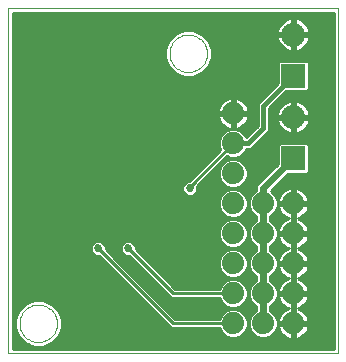
<source format=gbl>
G75*
G70*
%OFA0B0*%
%FSLAX24Y24*%
%IPPOS*%
%LPD*%
%AMOC8*
5,1,8,0,0,1.08239X$1,22.5*
%
%ADD10C,0.0000*%
%ADD11R,0.0800X0.0800*%
%ADD12C,0.0800*%
%ADD13C,0.0740*%
%ADD14C,0.0100*%
%ADD15C,0.0240*%
%ADD16C,0.0270*%
%ADD17C,0.0160*%
D10*
X000150Y000550D02*
X000150Y012050D01*
X011150Y012050D01*
X011150Y000550D01*
X000150Y000550D01*
X000525Y001550D02*
X000527Y001600D01*
X000533Y001649D01*
X000543Y001698D01*
X000556Y001745D01*
X000574Y001792D01*
X000595Y001837D01*
X000619Y001880D01*
X000647Y001921D01*
X000678Y001960D01*
X000712Y001996D01*
X000749Y002030D01*
X000789Y002060D01*
X000830Y002087D01*
X000874Y002111D01*
X000919Y002131D01*
X000966Y002147D01*
X001014Y002160D01*
X001063Y002169D01*
X001113Y002174D01*
X001162Y002175D01*
X001212Y002172D01*
X001261Y002165D01*
X001310Y002154D01*
X001357Y002140D01*
X001403Y002121D01*
X001448Y002099D01*
X001491Y002074D01*
X001531Y002045D01*
X001569Y002013D01*
X001605Y001979D01*
X001638Y001941D01*
X001667Y001901D01*
X001693Y001859D01*
X001716Y001815D01*
X001735Y001769D01*
X001751Y001722D01*
X001763Y001673D01*
X001771Y001624D01*
X001775Y001575D01*
X001775Y001525D01*
X001771Y001476D01*
X001763Y001427D01*
X001751Y001378D01*
X001735Y001331D01*
X001716Y001285D01*
X001693Y001241D01*
X001667Y001199D01*
X001638Y001159D01*
X001605Y001121D01*
X001569Y001087D01*
X001531Y001055D01*
X001491Y001026D01*
X001448Y001001D01*
X001403Y000979D01*
X001357Y000960D01*
X001310Y000946D01*
X001261Y000935D01*
X001212Y000928D01*
X001162Y000925D01*
X001113Y000926D01*
X001063Y000931D01*
X001014Y000940D01*
X000966Y000953D01*
X000919Y000969D01*
X000874Y000989D01*
X000830Y001013D01*
X000789Y001040D01*
X000749Y001070D01*
X000712Y001104D01*
X000678Y001140D01*
X000647Y001179D01*
X000619Y001220D01*
X000595Y001263D01*
X000574Y001308D01*
X000556Y001355D01*
X000543Y001402D01*
X000533Y001451D01*
X000527Y001500D01*
X000525Y001550D01*
X005525Y010550D02*
X005527Y010600D01*
X005533Y010649D01*
X005543Y010698D01*
X005556Y010745D01*
X005574Y010792D01*
X005595Y010837D01*
X005619Y010880D01*
X005647Y010921D01*
X005678Y010960D01*
X005712Y010996D01*
X005749Y011030D01*
X005789Y011060D01*
X005830Y011087D01*
X005874Y011111D01*
X005919Y011131D01*
X005966Y011147D01*
X006014Y011160D01*
X006063Y011169D01*
X006113Y011174D01*
X006162Y011175D01*
X006212Y011172D01*
X006261Y011165D01*
X006310Y011154D01*
X006357Y011140D01*
X006403Y011121D01*
X006448Y011099D01*
X006491Y011074D01*
X006531Y011045D01*
X006569Y011013D01*
X006605Y010979D01*
X006638Y010941D01*
X006667Y010901D01*
X006693Y010859D01*
X006716Y010815D01*
X006735Y010769D01*
X006751Y010722D01*
X006763Y010673D01*
X006771Y010624D01*
X006775Y010575D01*
X006775Y010525D01*
X006771Y010476D01*
X006763Y010427D01*
X006751Y010378D01*
X006735Y010331D01*
X006716Y010285D01*
X006693Y010241D01*
X006667Y010199D01*
X006638Y010159D01*
X006605Y010121D01*
X006569Y010087D01*
X006531Y010055D01*
X006491Y010026D01*
X006448Y010001D01*
X006403Y009979D01*
X006357Y009960D01*
X006310Y009946D01*
X006261Y009935D01*
X006212Y009928D01*
X006162Y009925D01*
X006113Y009926D01*
X006063Y009931D01*
X006014Y009940D01*
X005966Y009953D01*
X005919Y009969D01*
X005874Y009989D01*
X005830Y010013D01*
X005789Y010040D01*
X005749Y010070D01*
X005712Y010104D01*
X005678Y010140D01*
X005647Y010179D01*
X005619Y010220D01*
X005595Y010263D01*
X005574Y010308D01*
X005556Y010355D01*
X005543Y010402D01*
X005533Y010451D01*
X005527Y010500D01*
X005525Y010550D01*
D11*
X009650Y009800D03*
X009650Y007050D03*
D12*
X009650Y008428D03*
X009650Y011178D03*
D13*
X007650Y008550D03*
X007650Y007550D03*
X007650Y006550D03*
X007650Y005550D03*
X007650Y004550D03*
X007650Y003550D03*
X007650Y002550D03*
X007650Y001550D03*
X008650Y001550D03*
X008650Y002550D03*
X008650Y003550D03*
X008650Y004550D03*
X008650Y005550D03*
X009650Y005550D03*
X009650Y004550D03*
X009650Y003550D03*
X009650Y002550D03*
X009650Y001550D03*
D14*
X009700Y001535D02*
X011000Y001535D01*
X011000Y001437D02*
X010159Y001437D01*
X010157Y001428D02*
X010169Y001500D01*
X009700Y001500D01*
X009700Y001600D01*
X010169Y001600D01*
X010157Y001672D01*
X010132Y001750D01*
X010095Y001823D01*
X010047Y001889D01*
X009989Y001947D01*
X009923Y001995D01*
X009850Y002032D01*
X009794Y002050D01*
X009850Y002068D01*
X009923Y002105D01*
X009989Y002153D01*
X010047Y002211D01*
X010095Y002277D01*
X010132Y002350D01*
X010157Y002428D01*
X010169Y002500D01*
X009700Y002500D01*
X009700Y002600D01*
X010169Y002600D01*
X010157Y002672D01*
X010132Y002750D01*
X010095Y002823D01*
X010047Y002889D01*
X009989Y002947D01*
X009923Y002995D01*
X009850Y003032D01*
X009794Y003050D01*
X009850Y003068D01*
X009923Y003105D01*
X009989Y003153D01*
X010047Y003211D01*
X010095Y003277D01*
X010132Y003350D01*
X010157Y003428D01*
X010169Y003500D01*
X009700Y003500D01*
X009700Y003600D01*
X010169Y003600D01*
X010157Y003672D01*
X010132Y003750D01*
X010095Y003823D01*
X010047Y003889D01*
X009989Y003947D01*
X009923Y003995D01*
X009850Y004032D01*
X009794Y004050D01*
X009850Y004068D01*
X009923Y004105D01*
X009989Y004153D01*
X010047Y004211D01*
X010095Y004277D01*
X010132Y004350D01*
X010157Y004428D01*
X010169Y004500D01*
X009700Y004500D01*
X009700Y004600D01*
X010169Y004600D01*
X010157Y004672D01*
X010132Y004750D01*
X010095Y004823D01*
X010047Y004889D01*
X009989Y004947D01*
X009923Y004995D01*
X009850Y005032D01*
X009794Y005050D01*
X009850Y005068D01*
X009923Y005105D01*
X009989Y005153D01*
X010047Y005211D01*
X010095Y005277D01*
X010132Y005350D01*
X010157Y005428D01*
X010169Y005500D01*
X009700Y005500D01*
X009700Y005600D01*
X009600Y005600D01*
X009600Y006069D01*
X009528Y006057D01*
X009450Y006032D01*
X009377Y005995D01*
X009311Y005947D01*
X009253Y005889D01*
X009205Y005823D01*
X009168Y005750D01*
X009143Y005672D01*
X009119Y005672D01*
X009143Y005672D02*
X009131Y005600D01*
X009600Y005600D01*
X009600Y005500D01*
X009131Y005500D01*
X009143Y005428D01*
X009168Y005350D01*
X009205Y005277D01*
X009253Y005211D01*
X009311Y005153D01*
X009377Y005105D01*
X009450Y005068D01*
X009506Y005050D01*
X009450Y005032D01*
X009377Y004995D01*
X009311Y004947D01*
X009253Y004889D01*
X009205Y004823D01*
X009168Y004750D01*
X009143Y004672D01*
X009131Y004600D01*
X009600Y004600D01*
X009600Y005500D01*
X009700Y005500D01*
X009700Y005031D01*
X009700Y004600D01*
X009600Y004600D01*
X009600Y004500D01*
X009131Y004500D01*
X009143Y004428D01*
X009168Y004350D01*
X009205Y004277D01*
X009253Y004211D01*
X009311Y004153D01*
X009377Y004105D01*
X009450Y004068D01*
X009506Y004050D01*
X009450Y004032D01*
X009377Y003995D01*
X009311Y003947D01*
X009253Y003889D01*
X009205Y003823D01*
X009168Y003750D01*
X009143Y003672D01*
X009131Y003600D01*
X009600Y003600D01*
X009600Y004500D01*
X009700Y004500D01*
X009700Y004031D01*
X009700Y003600D01*
X009600Y003600D01*
X009600Y003500D01*
X009131Y003500D01*
X009143Y003428D01*
X009168Y003350D01*
X009205Y003277D01*
X009253Y003211D01*
X009311Y003153D01*
X009377Y003105D01*
X009450Y003068D01*
X009506Y003050D01*
X009450Y003032D01*
X009377Y002995D01*
X009311Y002947D01*
X009253Y002889D01*
X009205Y002823D01*
X009168Y002750D01*
X009143Y002672D01*
X009131Y002600D01*
X009600Y002600D01*
X009600Y003031D01*
X009600Y003500D01*
X009700Y003500D01*
X009700Y002600D01*
X009600Y002600D01*
X009600Y002500D01*
X009131Y002500D01*
X009143Y002428D01*
X009168Y002350D01*
X009205Y002277D01*
X009253Y002211D01*
X009311Y002153D01*
X009377Y002105D01*
X009450Y002068D01*
X009506Y002050D01*
X009450Y002032D01*
X009377Y001995D01*
X009311Y001947D01*
X009253Y001889D01*
X009205Y001823D01*
X009168Y001750D01*
X009143Y001672D01*
X009131Y001600D01*
X009600Y001600D01*
X009600Y002069D01*
X009600Y002500D01*
X009700Y002500D01*
X009700Y001600D01*
X009600Y001600D01*
X009600Y001500D01*
X009131Y001500D01*
X009143Y001428D01*
X009168Y001350D01*
X009205Y001277D01*
X009253Y001211D01*
X009311Y001153D01*
X009377Y001105D01*
X009450Y001068D01*
X009528Y001043D01*
X009600Y001031D01*
X009600Y001500D01*
X009700Y001500D01*
X009700Y001031D01*
X009772Y001043D01*
X009850Y001068D01*
X009923Y001105D01*
X009989Y001153D01*
X010047Y001211D01*
X010095Y001277D01*
X010132Y001350D01*
X010157Y001428D01*
X010126Y001338D02*
X011000Y001338D01*
X011000Y001240D02*
X010067Y001240D01*
X009972Y001141D02*
X011000Y001141D01*
X011000Y001043D02*
X009770Y001043D01*
X009700Y001043D02*
X009600Y001043D01*
X009530Y001043D02*
X001739Y001043D01*
X001807Y001111D02*
X001925Y001396D01*
X001925Y001704D01*
X001807Y001989D01*
X001589Y002207D01*
X001304Y002325D01*
X000996Y002325D01*
X000711Y002207D01*
X000493Y001989D01*
X000375Y001704D01*
X000375Y001396D01*
X000493Y001111D01*
X000711Y000893D01*
X000996Y000775D01*
X001304Y000775D01*
X001589Y000893D01*
X001807Y001111D01*
X001819Y001141D02*
X007383Y001141D01*
X007378Y001143D02*
X007555Y001070D01*
X007745Y001070D01*
X007922Y001143D01*
X008057Y001278D01*
X008130Y001455D01*
X008130Y001645D01*
X008057Y001822D01*
X007922Y001957D01*
X007745Y002030D01*
X007555Y002030D01*
X007378Y001957D01*
X007243Y001822D01*
X007197Y001710D01*
X005716Y001710D01*
X003716Y003710D01*
X003395Y004031D01*
X003395Y004099D01*
X003358Y004189D01*
X003289Y004258D01*
X003199Y004295D01*
X003101Y004295D01*
X003011Y004258D01*
X002942Y004189D01*
X002905Y004099D01*
X002905Y004001D01*
X002942Y003911D01*
X003011Y003842D01*
X003101Y003805D01*
X003169Y003805D01*
X003490Y003484D01*
X003490Y003484D01*
X005584Y001390D01*
X007197Y001390D01*
X007243Y001278D01*
X007378Y001143D01*
X007282Y001240D02*
X001860Y001240D01*
X001901Y001338D02*
X007218Y001338D01*
X007650Y001550D02*
X005650Y001550D01*
X003650Y003550D01*
X003150Y004050D01*
X002955Y003899D02*
X000300Y003899D01*
X000300Y003801D02*
X003173Y003801D01*
X003272Y003702D02*
X000300Y003702D01*
X000300Y003604D02*
X003370Y003604D01*
X003469Y003505D02*
X000300Y003505D01*
X000300Y003407D02*
X003567Y003407D01*
X003666Y003308D02*
X000300Y003308D01*
X000300Y003210D02*
X003764Y003210D01*
X003863Y003111D02*
X000300Y003111D01*
X000300Y003013D02*
X003961Y003013D01*
X004060Y002914D02*
X000300Y002914D01*
X000300Y002816D02*
X004158Y002816D01*
X004257Y002717D02*
X000300Y002717D01*
X000300Y002619D02*
X004355Y002619D01*
X004454Y002520D02*
X000300Y002520D01*
X000300Y002422D02*
X004552Y002422D01*
X004651Y002323D02*
X001309Y002323D01*
X001547Y002225D02*
X004749Y002225D01*
X004848Y002126D02*
X001670Y002126D01*
X001769Y002028D02*
X004946Y002028D01*
X005045Y001929D02*
X001832Y001929D01*
X001873Y001831D02*
X005143Y001831D01*
X005242Y001732D02*
X001913Y001732D01*
X001925Y001634D02*
X005340Y001634D01*
X005439Y001535D02*
X001925Y001535D01*
X001925Y001437D02*
X005537Y001437D01*
X005694Y001732D02*
X007206Y001732D01*
X007252Y001831D02*
X005596Y001831D01*
X005497Y001929D02*
X007350Y001929D01*
X007548Y002028D02*
X005399Y002028D01*
X005300Y002126D02*
X007419Y002126D01*
X007378Y002143D02*
X007555Y002070D01*
X007745Y002070D01*
X007922Y002143D01*
X008057Y002278D01*
X008130Y002455D01*
X008130Y002645D01*
X008057Y002822D01*
X007922Y002957D01*
X007745Y003030D01*
X007555Y003030D01*
X007378Y002957D01*
X007243Y002822D01*
X007197Y002710D01*
X005716Y002710D01*
X004810Y003616D01*
X004395Y004031D01*
X004395Y004099D01*
X004358Y004189D01*
X004289Y004258D01*
X004199Y004295D01*
X004101Y004295D01*
X004011Y004258D01*
X003942Y004189D01*
X003905Y004099D01*
X003905Y004001D01*
X003942Y003911D01*
X004011Y003842D01*
X004101Y003805D01*
X004169Y003805D01*
X004584Y003390D01*
X005584Y002390D01*
X007197Y002390D01*
X007243Y002278D01*
X007378Y002143D01*
X007297Y002225D02*
X005202Y002225D01*
X005103Y002323D02*
X007224Y002323D01*
X007200Y002717D02*
X005709Y002717D01*
X005611Y002816D02*
X007240Y002816D01*
X007335Y002914D02*
X005512Y002914D01*
X005414Y003013D02*
X007512Y003013D01*
X007555Y003070D02*
X007378Y003143D01*
X007243Y003278D01*
X007170Y003455D01*
X007170Y003645D01*
X007243Y003822D01*
X007378Y003957D01*
X007555Y004030D01*
X007745Y004030D01*
X007922Y003957D01*
X008057Y003822D01*
X008130Y003645D01*
X008130Y003455D01*
X008057Y003278D01*
X007922Y003143D01*
X007745Y003070D01*
X007555Y003070D01*
X007456Y003111D02*
X005315Y003111D01*
X005217Y003210D02*
X007312Y003210D01*
X007231Y003308D02*
X005118Y003308D01*
X005020Y003407D02*
X007190Y003407D01*
X007170Y003505D02*
X004921Y003505D01*
X004823Y003604D02*
X007170Y003604D01*
X007193Y003702D02*
X004724Y003702D01*
X004626Y003801D02*
X007234Y003801D01*
X007320Y003899D02*
X004527Y003899D01*
X004429Y003998D02*
X007476Y003998D01*
X007492Y004096D02*
X004395Y004096D01*
X004352Y004195D02*
X007327Y004195D01*
X007378Y004143D02*
X007243Y004278D01*
X007170Y004455D01*
X007170Y004645D01*
X007243Y004822D01*
X007378Y004957D01*
X007555Y005030D01*
X007745Y005030D01*
X007922Y004957D01*
X008057Y004822D01*
X008130Y004645D01*
X008130Y004455D01*
X008057Y004278D01*
X007922Y004143D01*
X007745Y004070D01*
X007555Y004070D01*
X007378Y004143D01*
X007237Y004293D02*
X004204Y004293D01*
X004096Y004293D02*
X003204Y004293D01*
X003096Y004293D02*
X000300Y004293D01*
X000300Y004195D02*
X002948Y004195D01*
X002905Y004096D02*
X000300Y004096D01*
X000300Y003998D02*
X002907Y003998D01*
X003352Y004195D02*
X003948Y004195D01*
X003905Y004096D02*
X003395Y004096D01*
X003429Y003998D02*
X003907Y003998D01*
X003955Y003899D02*
X003527Y003899D01*
X003626Y003801D02*
X004173Y003801D01*
X004272Y003702D02*
X003724Y003702D01*
X003716Y003710D02*
X003716Y003710D01*
X003823Y003604D02*
X004370Y003604D01*
X004469Y003505D02*
X003921Y003505D01*
X004020Y003407D02*
X004567Y003407D01*
X004666Y003308D02*
X004118Y003308D01*
X004217Y003210D02*
X004764Y003210D01*
X004863Y003111D02*
X004315Y003111D01*
X004414Y003013D02*
X004961Y003013D01*
X005060Y002914D02*
X004512Y002914D01*
X004611Y002816D02*
X005158Y002816D01*
X005257Y002717D02*
X004709Y002717D01*
X004808Y002619D02*
X005355Y002619D01*
X005454Y002520D02*
X004906Y002520D01*
X005005Y002422D02*
X005552Y002422D01*
X005650Y002550D02*
X004650Y003550D01*
X004150Y004050D01*
X005650Y002550D02*
X007650Y002550D01*
X008003Y002225D02*
X008297Y002225D01*
X008243Y002278D02*
X008378Y002143D01*
X008420Y002126D01*
X008420Y001974D01*
X008378Y001957D01*
X008243Y001822D01*
X008170Y001645D01*
X008170Y001455D01*
X008243Y001278D01*
X008378Y001143D01*
X008555Y001070D01*
X008745Y001070D01*
X008922Y001143D01*
X009057Y001278D01*
X009130Y001455D01*
X009130Y001645D01*
X009057Y001822D01*
X008922Y001957D01*
X008880Y001974D01*
X008880Y002126D01*
X008922Y002143D01*
X009057Y002278D01*
X009130Y002455D01*
X009130Y002645D01*
X009057Y002822D01*
X008922Y002957D01*
X008880Y002974D01*
X008880Y003126D01*
X008922Y003143D01*
X009057Y003278D01*
X009130Y003455D01*
X009130Y003645D01*
X009057Y003822D01*
X008922Y003957D01*
X008880Y003974D01*
X008880Y004126D01*
X008922Y004143D01*
X009057Y004278D01*
X009130Y004455D01*
X009130Y004645D01*
X009057Y004822D01*
X008922Y004957D01*
X008880Y004974D01*
X008880Y005126D01*
X008922Y005143D01*
X009057Y005278D01*
X009130Y005455D01*
X009130Y005645D01*
X009057Y005822D01*
X008922Y005957D01*
X008894Y005969D01*
X009465Y006540D01*
X010096Y006540D01*
X010160Y006604D01*
X010160Y007496D01*
X010096Y007560D01*
X009204Y007560D01*
X009140Y007496D01*
X009140Y006865D01*
X008555Y006280D01*
X008420Y006145D01*
X008420Y005974D01*
X008378Y005957D01*
X008243Y005822D01*
X008170Y005645D01*
X008170Y005455D01*
X008243Y005278D01*
X008378Y005143D01*
X008420Y005126D01*
X008420Y004974D01*
X008378Y004957D01*
X008243Y004822D01*
X008170Y004645D01*
X008170Y004455D01*
X008243Y004278D01*
X008378Y004143D01*
X008420Y004126D01*
X008420Y003974D01*
X008378Y003957D01*
X008243Y003822D01*
X008170Y003645D01*
X008170Y003455D01*
X008243Y003278D01*
X008378Y003143D01*
X008420Y003126D01*
X008420Y002974D01*
X008378Y002957D01*
X008243Y002822D01*
X008170Y002645D01*
X008170Y002455D01*
X008243Y002278D01*
X008224Y002323D02*
X008076Y002323D01*
X008116Y002422D02*
X008184Y002422D01*
X008170Y002520D02*
X008130Y002520D01*
X008130Y002619D02*
X008170Y002619D01*
X008200Y002717D02*
X008100Y002717D01*
X008060Y002816D02*
X008240Y002816D01*
X008335Y002914D02*
X007965Y002914D01*
X007788Y003013D02*
X008420Y003013D01*
X008420Y003111D02*
X007844Y003111D01*
X007988Y003210D02*
X008312Y003210D01*
X008231Y003308D02*
X008069Y003308D01*
X008110Y003407D02*
X008190Y003407D01*
X008170Y003505D02*
X008130Y003505D01*
X008130Y003604D02*
X008170Y003604D01*
X008193Y003702D02*
X008107Y003702D01*
X008066Y003801D02*
X008234Y003801D01*
X008320Y003899D02*
X007980Y003899D01*
X007824Y003998D02*
X008420Y003998D01*
X008420Y004096D02*
X007808Y004096D01*
X007973Y004195D02*
X008327Y004195D01*
X008237Y004293D02*
X008063Y004293D01*
X008104Y004392D02*
X008196Y004392D01*
X008170Y004490D02*
X008130Y004490D01*
X008130Y004589D02*
X008170Y004589D01*
X008187Y004687D02*
X008113Y004687D01*
X008072Y004786D02*
X008228Y004786D01*
X008305Y004884D02*
X007995Y004884D01*
X007860Y004983D02*
X008420Y004983D01*
X008420Y005081D02*
X007772Y005081D01*
X007745Y005070D02*
X007922Y005143D01*
X008057Y005278D01*
X008130Y005455D01*
X008130Y005645D01*
X008057Y005822D01*
X007922Y005957D01*
X007745Y006030D01*
X007555Y006030D01*
X007378Y005957D01*
X007243Y005822D01*
X007170Y005645D01*
X007170Y005455D01*
X007243Y005278D01*
X007378Y005143D01*
X007555Y005070D01*
X007745Y005070D01*
X007528Y005081D02*
X000300Y005081D01*
X000300Y004983D02*
X007440Y004983D01*
X007305Y004884D02*
X000300Y004884D01*
X000300Y004786D02*
X007228Y004786D01*
X007187Y004687D02*
X000300Y004687D01*
X000300Y004589D02*
X007170Y004589D01*
X007170Y004490D02*
X000300Y004490D01*
X000300Y004392D02*
X007196Y004392D01*
X007342Y005180D02*
X000300Y005180D01*
X000300Y005278D02*
X007243Y005278D01*
X007202Y005377D02*
X000300Y005377D01*
X000300Y005475D02*
X007170Y005475D01*
X007170Y005574D02*
X000300Y005574D01*
X000300Y005672D02*
X007181Y005672D01*
X007222Y005771D02*
X000300Y005771D01*
X000300Y005869D02*
X006035Y005869D01*
X006061Y005842D02*
X005992Y005911D01*
X005955Y006001D01*
X005955Y006099D01*
X005992Y006189D01*
X006061Y006258D01*
X006151Y006295D01*
X006169Y006295D01*
X007216Y007343D01*
X007170Y007455D01*
X007170Y007645D01*
X007243Y007822D01*
X007378Y007957D01*
X007555Y008030D01*
X007745Y008030D01*
X007922Y007957D01*
X008057Y007822D01*
X008085Y007754D01*
X008460Y008129D01*
X008460Y008879D01*
X008571Y008990D01*
X008571Y008990D01*
X009140Y009559D01*
X009140Y010246D01*
X009204Y010310D01*
X010096Y010310D01*
X010160Y010246D01*
X010160Y009354D01*
X010096Y009290D01*
X009409Y009290D01*
X008840Y008721D01*
X008840Y007971D01*
X008340Y007471D01*
X008229Y007360D01*
X008091Y007360D01*
X008057Y007278D01*
X007922Y007143D01*
X007745Y007070D01*
X007555Y007070D01*
X007443Y007116D01*
X006439Y006113D01*
X006445Y006099D01*
X006445Y006001D01*
X006408Y005911D01*
X006339Y005842D01*
X006249Y005805D01*
X006151Y005805D01*
X006061Y005842D01*
X005969Y005968D02*
X000300Y005968D01*
X000300Y006066D02*
X005955Y006066D01*
X005982Y006165D02*
X000300Y006165D01*
X000300Y006263D02*
X006074Y006263D01*
X006235Y006362D02*
X000300Y006362D01*
X000300Y006460D02*
X006334Y006460D01*
X006432Y006559D02*
X000300Y006559D01*
X000300Y006657D02*
X006531Y006657D01*
X006629Y006756D02*
X000300Y006756D01*
X000300Y006854D02*
X006728Y006854D01*
X006826Y006953D02*
X000300Y006953D01*
X000300Y007051D02*
X006925Y007051D01*
X007023Y007150D02*
X000300Y007150D01*
X000300Y007248D02*
X007122Y007248D01*
X007215Y007347D02*
X000300Y007347D01*
X000300Y007445D02*
X007174Y007445D01*
X007170Y007544D02*
X000300Y007544D01*
X000300Y007642D02*
X007170Y007642D01*
X007209Y007741D02*
X000300Y007741D01*
X000300Y007839D02*
X007260Y007839D01*
X007359Y007938D02*
X000300Y007938D01*
X000300Y008036D02*
X007571Y008036D01*
X007600Y008036D02*
X007700Y008036D01*
X007700Y008031D02*
X007772Y008043D01*
X007850Y008068D01*
X007923Y008105D01*
X007989Y008153D01*
X008047Y008211D01*
X008095Y008277D01*
X008132Y008350D01*
X008157Y008428D01*
X008169Y008500D01*
X007700Y008500D01*
X007700Y008600D01*
X008169Y008600D01*
X008157Y008672D01*
X008132Y008750D01*
X008095Y008823D01*
X008047Y008889D01*
X007989Y008947D01*
X007923Y008995D01*
X007850Y009032D01*
X007772Y009057D01*
X007700Y009069D01*
X007700Y008600D01*
X007600Y008600D01*
X007600Y009069D01*
X007528Y009057D01*
X007450Y009032D01*
X007377Y008995D01*
X007311Y008947D01*
X007253Y008889D01*
X007205Y008823D01*
X007168Y008750D01*
X007143Y008672D01*
X007131Y008600D01*
X007600Y008600D01*
X007600Y008500D01*
X007700Y008500D01*
X007700Y008031D01*
X007729Y008036D02*
X008367Y008036D01*
X008460Y008135D02*
X007963Y008135D01*
X008062Y008233D02*
X008460Y008233D01*
X008460Y008332D02*
X008122Y008332D01*
X008157Y008430D02*
X008460Y008430D01*
X008460Y008529D02*
X007700Y008529D01*
X007700Y008627D02*
X007600Y008627D01*
X007600Y008529D02*
X000300Y008529D01*
X000300Y008627D02*
X007136Y008627D01*
X007160Y008726D02*
X000300Y008726D01*
X000300Y008824D02*
X007206Y008824D01*
X007287Y008923D02*
X000300Y008923D01*
X000300Y009021D02*
X007429Y009021D01*
X007600Y009021D02*
X007700Y009021D01*
X007700Y008923D02*
X007600Y008923D01*
X007600Y008824D02*
X007700Y008824D01*
X007700Y008726D02*
X007600Y008726D01*
X007600Y008500D02*
X007131Y008500D01*
X007143Y008428D01*
X007168Y008350D01*
X007205Y008277D01*
X007253Y008211D01*
X007311Y008153D01*
X007377Y008105D01*
X007450Y008068D01*
X007528Y008043D01*
X007600Y008031D01*
X007600Y008500D01*
X007600Y008430D02*
X007700Y008430D01*
X007700Y008332D02*
X007600Y008332D01*
X007600Y008233D02*
X007700Y008233D01*
X007700Y008135D02*
X007600Y008135D01*
X007337Y008135D02*
X000300Y008135D01*
X000300Y008233D02*
X007238Y008233D01*
X007178Y008332D02*
X000300Y008332D01*
X000300Y008430D02*
X007143Y008430D01*
X007871Y009021D02*
X008602Y009021D01*
X008504Y008923D02*
X008013Y008923D01*
X008094Y008824D02*
X008460Y008824D01*
X008460Y008726D02*
X008140Y008726D01*
X008164Y008627D02*
X008460Y008627D01*
X008840Y008627D02*
X009136Y008627D01*
X009140Y008639D02*
X009114Y008557D01*
X009101Y008478D01*
X009600Y008478D01*
X009600Y008977D01*
X009521Y008964D01*
X009439Y008938D01*
X009362Y008898D01*
X009292Y008847D01*
X009230Y008786D01*
X009180Y008716D01*
X009140Y008639D01*
X009186Y008726D02*
X008844Y008726D01*
X008943Y008824D02*
X009268Y008824D01*
X009409Y008923D02*
X009041Y008923D01*
X009140Y009021D02*
X011000Y009021D01*
X011000Y008923D02*
X009891Y008923D01*
X009861Y008938D02*
X009779Y008964D01*
X009700Y008977D01*
X009700Y008478D01*
X009600Y008478D01*
X009600Y008378D01*
X009101Y008378D01*
X009114Y008299D01*
X009140Y008217D01*
X009180Y008140D01*
X009230Y008070D01*
X009292Y008008D01*
X009362Y007958D01*
X009439Y007918D01*
X009521Y007891D01*
X009600Y007879D01*
X009600Y008378D01*
X009700Y008378D01*
X009700Y008478D01*
X010199Y008478D01*
X010186Y008557D01*
X010160Y008639D01*
X010120Y008716D01*
X010070Y008786D01*
X010008Y008847D01*
X009938Y008898D01*
X009861Y008938D01*
X010032Y008824D02*
X011000Y008824D01*
X011000Y008726D02*
X010114Y008726D01*
X010164Y008627D02*
X011000Y008627D01*
X011000Y008529D02*
X010191Y008529D01*
X010199Y008378D02*
X009700Y008378D01*
X009700Y007879D01*
X009779Y007891D01*
X009861Y007918D01*
X009938Y007958D01*
X010008Y008008D01*
X010070Y008070D01*
X010120Y008140D01*
X010160Y008217D01*
X010186Y008299D01*
X010199Y008378D01*
X010192Y008332D02*
X011000Y008332D01*
X011000Y008430D02*
X009700Y008430D01*
X009700Y008332D02*
X009600Y008332D01*
X009600Y008430D02*
X008840Y008430D01*
X008840Y008332D02*
X009108Y008332D01*
X009135Y008233D02*
X008840Y008233D01*
X008840Y008135D02*
X009183Y008135D01*
X009264Y008036D02*
X008840Y008036D01*
X008806Y007938D02*
X009401Y007938D01*
X009600Y007938D02*
X009700Y007938D01*
X009700Y008036D02*
X009600Y008036D01*
X009600Y008135D02*
X009700Y008135D01*
X009700Y008233D02*
X009600Y008233D01*
X009600Y008529D02*
X009700Y008529D01*
X009700Y008627D02*
X009600Y008627D01*
X009600Y008726D02*
X009700Y008726D01*
X009700Y008824D02*
X009600Y008824D01*
X009600Y008923D02*
X009700Y008923D01*
X009337Y009218D02*
X011000Y009218D01*
X011000Y009120D02*
X009238Y009120D01*
X008996Y009415D02*
X000300Y009415D01*
X000300Y009317D02*
X008898Y009317D01*
X008799Y009218D02*
X000300Y009218D01*
X000300Y009120D02*
X008701Y009120D01*
X009095Y009514D02*
X000300Y009514D01*
X000300Y009612D02*
X009140Y009612D01*
X009140Y009711D02*
X000300Y009711D01*
X000300Y009809D02*
X005914Y009809D01*
X005996Y009775D02*
X006304Y009775D01*
X006589Y009893D01*
X006807Y010111D01*
X006925Y010396D01*
X006925Y010704D01*
X006807Y010989D01*
X006589Y011207D01*
X006304Y011325D01*
X005996Y011325D01*
X005711Y011207D01*
X005493Y010989D01*
X005375Y010704D01*
X005375Y010396D01*
X005493Y010111D01*
X005711Y009893D01*
X005996Y009775D01*
X005696Y009908D02*
X000300Y009908D01*
X000300Y010006D02*
X005598Y010006D01*
X005499Y010105D02*
X000300Y010105D01*
X000300Y010203D02*
X005455Y010203D01*
X005414Y010302D02*
X000300Y010302D01*
X000300Y010400D02*
X005375Y010400D01*
X005375Y010499D02*
X000300Y010499D01*
X000300Y010597D02*
X005375Y010597D01*
X005375Y010696D02*
X000300Y010696D01*
X000300Y010794D02*
X005412Y010794D01*
X005453Y010893D02*
X000300Y010893D01*
X000300Y010991D02*
X005495Y010991D01*
X005594Y011090D02*
X000300Y011090D01*
X000300Y011188D02*
X005692Y011188D01*
X005903Y011287D02*
X000300Y011287D01*
X000300Y011385D02*
X009139Y011385D01*
X009140Y011389D02*
X009114Y011307D01*
X009101Y011228D01*
X009600Y011228D01*
X009600Y011727D01*
X009521Y011714D01*
X009439Y011688D01*
X009362Y011648D01*
X009292Y011597D01*
X009230Y011536D01*
X009180Y011466D01*
X009140Y011389D01*
X009110Y011287D02*
X006397Y011287D01*
X006608Y011188D02*
X009600Y011188D01*
X009600Y011228D02*
X009600Y011128D01*
X009101Y011128D01*
X009114Y011049D01*
X009140Y010967D01*
X009180Y010890D01*
X009230Y010820D01*
X009292Y010758D01*
X009362Y010708D01*
X009439Y010668D01*
X009521Y010641D01*
X009600Y010629D01*
X009600Y011128D01*
X009700Y011128D01*
X009700Y011228D01*
X009600Y011228D01*
X009600Y011287D02*
X009700Y011287D01*
X009700Y011228D02*
X009700Y011727D01*
X009779Y011714D01*
X009861Y011688D01*
X009938Y011648D01*
X010008Y011597D01*
X010070Y011536D01*
X010120Y011466D01*
X010160Y011389D01*
X010186Y011307D01*
X010199Y011228D01*
X009700Y011228D01*
X009700Y011188D02*
X011000Y011188D01*
X011000Y011090D02*
X010193Y011090D01*
X010199Y011128D02*
X010186Y011049D01*
X010160Y010967D01*
X010120Y010890D01*
X010070Y010820D01*
X010008Y010758D01*
X009938Y010708D01*
X009861Y010668D01*
X009779Y010641D01*
X009700Y010629D01*
X009700Y011128D01*
X010199Y011128D01*
X010168Y010991D02*
X011000Y010991D01*
X011000Y010893D02*
X010122Y010893D01*
X010044Y010794D02*
X011000Y010794D01*
X011000Y010696D02*
X009915Y010696D01*
X009700Y010696D02*
X009600Y010696D01*
X009600Y010794D02*
X009700Y010794D01*
X009700Y010893D02*
X009600Y010893D01*
X009600Y010991D02*
X009700Y010991D01*
X009700Y011090D02*
X009600Y011090D01*
X009600Y011385D02*
X009700Y011385D01*
X009700Y011484D02*
X009600Y011484D01*
X009600Y011582D02*
X009700Y011582D01*
X009700Y011681D02*
X009600Y011681D01*
X009425Y011681D02*
X000300Y011681D01*
X000300Y011779D02*
X011000Y011779D01*
X011000Y011681D02*
X009875Y011681D01*
X010024Y011582D02*
X011000Y011582D01*
X011000Y011484D02*
X010108Y011484D01*
X010161Y011385D02*
X011000Y011385D01*
X011000Y011287D02*
X010190Y011287D01*
X009385Y010696D02*
X006925Y010696D01*
X006925Y010597D02*
X011000Y010597D01*
X011000Y010499D02*
X006925Y010499D01*
X006925Y010400D02*
X011000Y010400D01*
X011000Y010302D02*
X010104Y010302D01*
X010160Y010203D02*
X011000Y010203D01*
X011000Y010105D02*
X010160Y010105D01*
X010160Y010006D02*
X011000Y010006D01*
X011000Y009908D02*
X010160Y009908D01*
X010160Y009809D02*
X011000Y009809D01*
X011000Y009711D02*
X010160Y009711D01*
X010160Y009612D02*
X011000Y009612D01*
X011000Y009514D02*
X010160Y009514D01*
X010160Y009415D02*
X011000Y009415D01*
X011000Y009317D02*
X010122Y009317D01*
X009196Y010302D02*
X006886Y010302D01*
X006845Y010203D02*
X009140Y010203D01*
X009140Y010105D02*
X006801Y010105D01*
X006702Y010006D02*
X009140Y010006D01*
X009140Y009908D02*
X006604Y009908D01*
X006386Y009809D02*
X009140Y009809D01*
X009256Y010794D02*
X006888Y010794D01*
X006847Y010893D02*
X009178Y010893D01*
X009132Y010991D02*
X006805Y010991D01*
X006706Y011090D02*
X009107Y011090D01*
X009192Y011484D02*
X000300Y011484D01*
X000300Y011582D02*
X009276Y011582D01*
X011000Y011878D02*
X000300Y011878D01*
X000300Y011900D02*
X011000Y011900D01*
X011000Y000700D01*
X000300Y000700D01*
X000300Y011900D01*
X006200Y006100D02*
X006200Y006050D01*
X006200Y006100D02*
X007650Y007550D01*
X007928Y007150D02*
X009140Y007150D01*
X009140Y007248D02*
X008027Y007248D01*
X008085Y007347D02*
X009140Y007347D01*
X009140Y007445D02*
X008314Y007445D01*
X008412Y007544D02*
X009188Y007544D01*
X009140Y007051D02*
X007377Y007051D01*
X007378Y006957D02*
X007243Y006822D01*
X007170Y006645D01*
X007170Y006455D01*
X007243Y006278D01*
X007378Y006143D01*
X007555Y006070D01*
X007745Y006070D01*
X007922Y006143D01*
X008057Y006278D01*
X008130Y006455D01*
X008130Y006645D01*
X008057Y006822D01*
X007922Y006957D01*
X007745Y007030D01*
X007555Y007030D01*
X007378Y006957D01*
X007374Y006953D02*
X007279Y006953D01*
X007275Y006854D02*
X007180Y006854D01*
X007216Y006756D02*
X007082Y006756D01*
X007175Y006657D02*
X006983Y006657D01*
X006885Y006559D02*
X007170Y006559D01*
X007170Y006460D02*
X006786Y006460D01*
X006688Y006362D02*
X007209Y006362D01*
X007258Y006263D02*
X006589Y006263D01*
X006491Y006165D02*
X007357Y006165D01*
X007404Y005968D02*
X006431Y005968D01*
X006445Y006066D02*
X008420Y006066D01*
X008404Y005968D02*
X007896Y005968D01*
X008010Y005869D02*
X008290Y005869D01*
X008222Y005771D02*
X008078Y005771D01*
X008119Y005672D02*
X008181Y005672D01*
X008170Y005574D02*
X008130Y005574D01*
X008130Y005475D02*
X008170Y005475D01*
X008202Y005377D02*
X008098Y005377D01*
X008057Y005278D02*
X008243Y005278D01*
X008342Y005180D02*
X007958Y005180D01*
X007290Y005869D02*
X006365Y005869D01*
X007943Y006165D02*
X008439Y006165D01*
X008538Y006263D02*
X008042Y006263D01*
X008091Y006362D02*
X008636Y006362D01*
X008735Y006460D02*
X008130Y006460D01*
X008130Y006559D02*
X008833Y006559D01*
X008932Y006657D02*
X008125Y006657D01*
X008084Y006756D02*
X009030Y006756D01*
X009129Y006854D02*
X008025Y006854D01*
X007926Y006953D02*
X009140Y006953D01*
X009385Y006460D02*
X011000Y006460D01*
X011000Y006362D02*
X009287Y006362D01*
X009188Y006263D02*
X011000Y006263D01*
X011000Y006165D02*
X009090Y006165D01*
X008991Y006066D02*
X009584Y006066D01*
X009600Y006066D02*
X009700Y006066D01*
X009700Y006069D02*
X009700Y005600D01*
X010169Y005600D01*
X010157Y005672D01*
X011000Y005672D01*
X011000Y005574D02*
X009700Y005574D01*
X009700Y005672D02*
X009600Y005672D01*
X009600Y005574D02*
X009130Y005574D01*
X009130Y005475D02*
X009135Y005475D01*
X009160Y005377D02*
X009098Y005377D01*
X009057Y005278D02*
X009205Y005278D01*
X009285Y005180D02*
X008958Y005180D01*
X008880Y005081D02*
X009425Y005081D01*
X009361Y004983D02*
X008880Y004983D01*
X008995Y004884D02*
X009250Y004884D01*
X009186Y004786D02*
X009072Y004786D01*
X009113Y004687D02*
X009148Y004687D01*
X009130Y004589D02*
X009600Y004589D01*
X009600Y004687D02*
X009700Y004687D01*
X009700Y004589D02*
X011000Y004589D01*
X011000Y004687D02*
X010152Y004687D01*
X010114Y004786D02*
X011000Y004786D01*
X011000Y004884D02*
X010050Y004884D01*
X009939Y004983D02*
X011000Y004983D01*
X011000Y005081D02*
X009875Y005081D01*
X010015Y005180D02*
X011000Y005180D01*
X011000Y005278D02*
X010095Y005278D01*
X010140Y005377D02*
X011000Y005377D01*
X011000Y005475D02*
X010165Y005475D01*
X010157Y005672D02*
X010132Y005750D01*
X010095Y005823D01*
X010047Y005889D01*
X009989Y005947D01*
X009923Y005995D01*
X009850Y006032D01*
X009772Y006057D01*
X009700Y006069D01*
X009716Y006066D02*
X011000Y006066D01*
X011000Y005968D02*
X009960Y005968D01*
X010061Y005869D02*
X011000Y005869D01*
X011000Y005771D02*
X010121Y005771D01*
X009700Y005771D02*
X009600Y005771D01*
X009600Y005869D02*
X009700Y005869D01*
X009700Y005968D02*
X009600Y005968D01*
X009340Y005968D02*
X008896Y005968D01*
X009010Y005869D02*
X009239Y005869D01*
X009179Y005771D02*
X009078Y005771D01*
X009600Y005475D02*
X009700Y005475D01*
X009700Y005377D02*
X009600Y005377D01*
X009600Y005278D02*
X009700Y005278D01*
X009700Y005180D02*
X009600Y005180D01*
X009600Y005081D02*
X009700Y005081D01*
X009700Y004983D02*
X009600Y004983D01*
X009600Y004884D02*
X009700Y004884D01*
X009700Y004786D02*
X009600Y004786D01*
X009600Y004490D02*
X009700Y004490D01*
X009700Y004392D02*
X009600Y004392D01*
X009600Y004293D02*
X009700Y004293D01*
X009700Y004195D02*
X009600Y004195D01*
X009600Y004096D02*
X009700Y004096D01*
X009700Y003998D02*
X009600Y003998D01*
X009600Y003899D02*
X009700Y003899D01*
X009700Y003801D02*
X009600Y003801D01*
X009600Y003702D02*
X009700Y003702D01*
X009700Y003604D02*
X009600Y003604D01*
X009600Y003505D02*
X009130Y003505D01*
X009130Y003604D02*
X009132Y003604D01*
X009153Y003702D02*
X009107Y003702D01*
X009066Y003801D02*
X009194Y003801D01*
X009264Y003899D02*
X008980Y003899D01*
X008880Y003998D02*
X009383Y003998D01*
X009396Y004096D02*
X008880Y004096D01*
X008973Y004195D02*
X009270Y004195D01*
X009197Y004293D02*
X009063Y004293D01*
X009104Y004392D02*
X009155Y004392D01*
X009133Y004490D02*
X009130Y004490D01*
X009904Y004096D02*
X011000Y004096D01*
X011000Y003998D02*
X009917Y003998D01*
X010036Y003899D02*
X011000Y003899D01*
X011000Y003801D02*
X010106Y003801D01*
X010147Y003702D02*
X011000Y003702D01*
X011000Y003604D02*
X010168Y003604D01*
X010150Y003407D02*
X011000Y003407D01*
X011000Y003505D02*
X009700Y003505D01*
X009700Y003407D02*
X009600Y003407D01*
X009600Y003308D02*
X009700Y003308D01*
X009700Y003210D02*
X009600Y003210D01*
X009600Y003111D02*
X009700Y003111D01*
X009700Y003013D02*
X009600Y003013D01*
X009600Y002914D02*
X009700Y002914D01*
X009700Y002816D02*
X009600Y002816D01*
X009600Y002717D02*
X009700Y002717D01*
X009700Y002619D02*
X009600Y002619D01*
X009600Y002520D02*
X009130Y002520D01*
X009130Y002619D02*
X009134Y002619D01*
X009158Y002717D02*
X009100Y002717D01*
X009060Y002816D02*
X009202Y002816D01*
X009279Y002914D02*
X008965Y002914D01*
X008880Y003013D02*
X009412Y003013D01*
X009370Y003111D02*
X008880Y003111D01*
X008988Y003210D02*
X009255Y003210D01*
X009190Y003308D02*
X009069Y003308D01*
X009110Y003407D02*
X009150Y003407D01*
X009930Y003111D02*
X011000Y003111D01*
X011000Y003013D02*
X009888Y003013D01*
X010021Y002914D02*
X011000Y002914D01*
X011000Y002816D02*
X010098Y002816D01*
X010142Y002717D02*
X011000Y002717D01*
X011000Y002619D02*
X010166Y002619D01*
X010155Y002422D02*
X011000Y002422D01*
X011000Y002520D02*
X009700Y002520D01*
X009700Y002422D02*
X009600Y002422D01*
X009600Y002323D02*
X009700Y002323D01*
X009700Y002225D02*
X009600Y002225D01*
X009600Y002126D02*
X009700Y002126D01*
X009700Y002028D02*
X009600Y002028D01*
X009600Y001929D02*
X009700Y001929D01*
X009700Y001831D02*
X009600Y001831D01*
X009600Y001732D02*
X009700Y001732D01*
X009700Y001634D02*
X009600Y001634D01*
X009600Y001535D02*
X009130Y001535D01*
X009130Y001634D02*
X009137Y001634D01*
X009162Y001732D02*
X009094Y001732D01*
X009048Y001831D02*
X009211Y001831D01*
X009294Y001929D02*
X008950Y001929D01*
X008880Y002028D02*
X009442Y002028D01*
X009349Y002126D02*
X008881Y002126D01*
X009003Y002225D02*
X009244Y002225D01*
X009182Y002323D02*
X009076Y002323D01*
X009116Y002422D02*
X009145Y002422D01*
X008419Y002126D02*
X007881Y002126D01*
X007752Y002028D02*
X008420Y002028D01*
X008350Y001929D02*
X007950Y001929D01*
X008048Y001831D02*
X008252Y001831D01*
X008206Y001732D02*
X008094Y001732D01*
X008130Y001634D02*
X008170Y001634D01*
X008170Y001535D02*
X008130Y001535D01*
X008123Y001437D02*
X008177Y001437D01*
X008218Y001338D02*
X008082Y001338D01*
X008018Y001240D02*
X008282Y001240D01*
X008383Y001141D02*
X007917Y001141D01*
X008917Y001141D02*
X009328Y001141D01*
X009233Y001240D02*
X009018Y001240D01*
X009082Y001338D02*
X009174Y001338D01*
X009141Y001437D02*
X009123Y001437D01*
X009600Y001437D02*
X009700Y001437D01*
X009700Y001338D02*
X009600Y001338D01*
X009600Y001240D02*
X009700Y001240D01*
X009700Y001141D02*
X009600Y001141D01*
X010163Y001634D02*
X011000Y001634D01*
X011000Y001732D02*
X010138Y001732D01*
X010089Y001831D02*
X011000Y001831D01*
X011000Y001929D02*
X010006Y001929D01*
X009858Y002028D02*
X011000Y002028D01*
X011000Y002126D02*
X009951Y002126D01*
X010056Y002225D02*
X011000Y002225D01*
X011000Y002323D02*
X010118Y002323D01*
X010045Y003210D02*
X011000Y003210D01*
X011000Y003308D02*
X010110Y003308D01*
X010030Y004195D02*
X011000Y004195D01*
X011000Y004293D02*
X010103Y004293D01*
X010145Y004392D02*
X011000Y004392D01*
X011000Y004490D02*
X010167Y004490D01*
X010114Y006559D02*
X011000Y006559D01*
X011000Y006657D02*
X010160Y006657D01*
X010160Y006756D02*
X011000Y006756D01*
X011000Y006854D02*
X010160Y006854D01*
X010160Y006953D02*
X011000Y006953D01*
X011000Y007051D02*
X010160Y007051D01*
X010160Y007150D02*
X011000Y007150D01*
X011000Y007248D02*
X010160Y007248D01*
X010160Y007347D02*
X011000Y007347D01*
X011000Y007445D02*
X010160Y007445D01*
X010112Y007544D02*
X011000Y007544D01*
X011000Y007642D02*
X008511Y007642D01*
X008609Y007741D02*
X011000Y007741D01*
X011000Y007839D02*
X008708Y007839D01*
X008269Y007938D02*
X007941Y007938D01*
X008040Y007839D02*
X008170Y007839D01*
X008840Y008529D02*
X009109Y008529D01*
X009899Y007938D02*
X011000Y007938D01*
X011000Y008036D02*
X010036Y008036D01*
X010117Y008135D02*
X011000Y008135D01*
X011000Y008233D02*
X010165Y008233D01*
X011000Y000944D02*
X001640Y000944D01*
X001474Y000846D02*
X011000Y000846D01*
X011000Y000747D02*
X000300Y000747D01*
X000300Y000846D02*
X000826Y000846D01*
X000660Y000944D02*
X000300Y000944D01*
X000300Y001043D02*
X000561Y001043D01*
X000481Y001141D02*
X000300Y001141D01*
X000300Y001240D02*
X000440Y001240D01*
X000399Y001338D02*
X000300Y001338D01*
X000300Y001437D02*
X000375Y001437D01*
X000375Y001535D02*
X000300Y001535D01*
X000300Y001634D02*
X000375Y001634D01*
X000387Y001732D02*
X000300Y001732D01*
X000300Y001831D02*
X000427Y001831D01*
X000468Y001929D02*
X000300Y001929D01*
X000300Y002028D02*
X000531Y002028D01*
X000630Y002126D02*
X000300Y002126D01*
X000300Y002225D02*
X000753Y002225D01*
X000991Y002323D02*
X000300Y002323D01*
D15*
X008650Y002550D02*
X008650Y001550D01*
X008650Y002550D02*
X008650Y003550D01*
X008650Y004550D01*
X008650Y005550D01*
X008650Y006050D01*
X009650Y007050D01*
D16*
X006200Y006050D03*
X004150Y004050D03*
X003150Y004050D03*
D17*
X007650Y007550D02*
X008150Y007550D01*
X008650Y008050D01*
X008650Y008800D01*
X009650Y009800D01*
M02*

</source>
